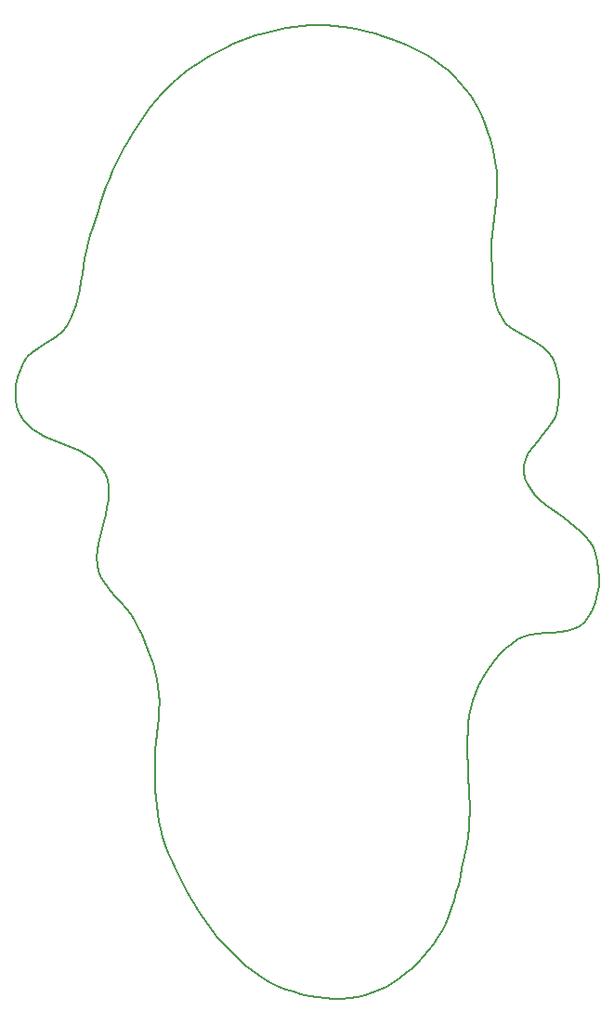
<source format=gm1>
%TF.GenerationSoftware,KiCad,Pcbnew,(7.0.0-0)*%
%TF.CreationDate,2023-07-23T12:34:26-06:00*%
%TF.ProjectId,HAS4_SAO,48415334-5f53-4414-9f2e-6b696361645f,rev?*%
%TF.SameCoordinates,Original*%
%TF.FileFunction,Profile,NP*%
%FSLAX46Y46*%
G04 Gerber Fmt 4.6, Leading zero omitted, Abs format (unit mm)*
G04 Created by KiCad (PCBNEW (7.0.0-0)) date 2023-07-23 12:34:26*
%MOMM*%
%LPD*%
G01*
G04 APERTURE LIST*
%TA.AperFunction,Profile*%
%ADD10C,0.154878*%
%TD*%
G04 APERTURE END LIST*
%TO.C,svg2mod*%
D10*
X114963937Y-58150234D02*
X115709961Y-58201856D01*
X116455285Y-58284377D01*
X117198503Y-58396633D01*
X117938210Y-58537457D01*
X118672999Y-58705684D01*
X119401464Y-58900147D01*
X120122201Y-59119683D01*
X120833803Y-59363124D01*
X121534864Y-59629305D01*
X122223979Y-59917061D01*
X122899741Y-60225226D01*
X123570003Y-60565682D01*
X124225972Y-60943120D01*
X124863804Y-61356302D01*
X125479656Y-61803990D01*
X126069683Y-62284946D01*
X126630043Y-62797933D01*
X127156892Y-63341713D01*
X127646386Y-63915048D01*
X128094682Y-64516700D01*
X128488404Y-65129688D01*
X128841193Y-65768654D01*
X129155353Y-66430183D01*
X129433186Y-67110858D01*
X129676995Y-67807262D01*
X129889084Y-68515979D01*
X130071754Y-69233593D01*
X130227309Y-69956686D01*
X130358052Y-70681842D01*
X130466286Y-71405645D01*
X130529578Y-72124191D01*
X130533862Y-72844376D01*
X130492228Y-73565939D01*
X130417764Y-74288616D01*
X130323560Y-75012146D01*
X130222705Y-75736265D01*
X130128287Y-76460712D01*
X130053397Y-77185223D01*
X130011122Y-77909537D01*
X130014552Y-78633390D01*
X130034817Y-79324565D01*
X130045968Y-80025550D01*
X130060493Y-80730687D01*
X130090885Y-81434317D01*
X130149634Y-82130781D01*
X130249231Y-82814421D01*
X130402167Y-83479576D01*
X130620934Y-84120589D01*
X130918021Y-84731801D01*
X131305197Y-85254997D01*
X131791191Y-85694506D01*
X132347292Y-86074503D01*
X132944787Y-86419166D01*
X133554966Y-86752669D01*
X134149118Y-87099188D01*
X134698530Y-87482901D01*
X135174493Y-87927982D01*
X135548295Y-88458607D01*
X135827181Y-89079991D01*
X136022988Y-89738302D01*
X136142692Y-90422627D01*
X136193271Y-91122054D01*
X136181702Y-91825670D01*
X136114961Y-92522562D01*
X136000026Y-93201817D01*
X135803597Y-93810141D01*
X135493784Y-94385909D01*
X135103918Y-94937488D01*
X134667327Y-95473245D01*
X134217341Y-96001548D01*
X133787291Y-96530764D01*
X133410506Y-97069261D01*
X133120315Y-97625407D01*
X132950048Y-98207568D01*
X132933035Y-98824113D01*
X133057124Y-99416437D01*
X133282931Y-99961318D01*
X133596840Y-100465352D01*
X133985240Y-100935135D01*
X134434517Y-101377264D01*
X134931056Y-101798336D01*
X135461246Y-102204946D01*
X136011471Y-102603692D01*
X136568120Y-103001169D01*
X137117578Y-103403975D01*
X137646231Y-103818705D01*
X138140468Y-104251957D01*
X138586673Y-104710326D01*
X138971234Y-105200409D01*
X139280537Y-105728802D01*
X139500968Y-106302103D01*
X139664971Y-106995242D01*
X139768856Y-107720727D01*
X139808717Y-108464375D01*
X139780647Y-109212003D01*
X139680738Y-109949428D01*
X139505082Y-110662468D01*
X139249774Y-111336940D01*
X138910904Y-111958660D01*
X138484567Y-112513447D01*
X138017348Y-112903711D01*
X137475670Y-113163470D01*
X136875572Y-113322317D01*
X136233089Y-113409845D01*
X135564258Y-113455646D01*
X134885115Y-113489314D01*
X134211697Y-113540442D01*
X133560040Y-113638623D01*
X132946181Y-113813451D01*
X132386156Y-114094518D01*
X131823317Y-114494356D01*
X131288880Y-114939583D01*
X130785265Y-115425719D01*
X130314894Y-115948282D01*
X129880187Y-116502790D01*
X129483565Y-117084763D01*
X129127449Y-117689720D01*
X128814259Y-118313179D01*
X128546416Y-118950658D01*
X128315315Y-119634948D01*
X128134622Y-120329241D01*
X127999156Y-121032572D01*
X127903739Y-121743978D01*
X127843190Y-122462495D01*
X127812329Y-123187159D01*
X127805976Y-123917006D01*
X127818952Y-124651072D01*
X127846076Y-125388393D01*
X127882168Y-126128004D01*
X127922049Y-126868943D01*
X127960538Y-127610245D01*
X127992456Y-128350946D01*
X128012622Y-129090082D01*
X128015856Y-129826688D01*
X127996979Y-130559802D01*
X127950811Y-131288460D01*
X127872171Y-132011696D01*
X127755880Y-132728547D01*
X127616316Y-133460608D01*
X127474615Y-134198064D01*
X127327043Y-134938151D01*
X127169865Y-135678109D01*
X126999344Y-136415175D01*
X126811747Y-137146587D01*
X126603339Y-137869584D01*
X126370383Y-138581403D01*
X126109146Y-139279282D01*
X125815891Y-139960460D01*
X125486885Y-140622174D01*
X125118392Y-141261662D01*
X124706677Y-141876163D01*
X124277074Y-142440153D01*
X123814805Y-142987870D01*
X123321755Y-143515202D01*
X122799808Y-144018036D01*
X122250848Y-144492258D01*
X121676759Y-144933757D01*
X121079426Y-145338418D01*
X120460732Y-145702130D01*
X119822563Y-146020779D01*
X119166801Y-146290253D01*
X118495332Y-146506438D01*
X117791430Y-146669662D01*
X117074057Y-146775668D01*
X116346719Y-146827857D01*
X115612922Y-146829628D01*
X114876172Y-146784380D01*
X114139975Y-146695515D01*
X113407836Y-146566430D01*
X112683261Y-146400527D01*
X111969758Y-146201205D01*
X111270831Y-145971863D01*
X110589986Y-145715903D01*
X109939403Y-145421869D01*
X109314823Y-145075505D01*
X108714307Y-144683685D01*
X108135917Y-144253286D01*
X107577712Y-143791182D01*
X107037755Y-143304250D01*
X106514106Y-142799363D01*
X106004826Y-142283398D01*
X105507976Y-141763231D01*
X105026254Y-141227570D01*
X104569341Y-140669908D01*
X104135168Y-140093068D01*
X103721662Y-139499875D01*
X103326754Y-138893150D01*
X102948372Y-138275718D01*
X102584446Y-137650401D01*
X102232905Y-137020023D01*
X101869914Y-136344489D01*
X101518709Y-135660724D01*
X101182903Y-134968514D01*
X100866108Y-134267647D01*
X100571938Y-133557909D01*
X100304005Y-132839088D01*
X100065921Y-132110971D01*
X99861301Y-131373346D01*
X99704837Y-130668659D01*
X99584226Y-129956911D01*
X99494098Y-129239555D01*
X99429084Y-128518047D01*
X99383813Y-127793842D01*
X99352917Y-127068394D01*
X99331025Y-126343158D01*
X99312767Y-125619589D01*
X99316730Y-124895168D01*
X99357523Y-124169878D01*
X99423694Y-123444134D01*
X99503790Y-122718349D01*
X99586358Y-121992938D01*
X99659945Y-121268316D01*
X99713099Y-120544895D01*
X99734367Y-119823091D01*
X99712296Y-119103318D01*
X99635433Y-118385990D01*
X99511105Y-117690466D01*
X99351079Y-117001393D01*
X99158428Y-116319269D01*
X98936231Y-115644597D01*
X98687563Y-114977876D01*
X98415499Y-114319607D01*
X98123116Y-113670290D01*
X97813490Y-113030426D01*
X97489696Y-112400514D01*
X97120892Y-111807463D01*
X96684427Y-111252021D01*
X96208335Y-110719439D01*
X95720650Y-110194967D01*
X95249403Y-109663855D01*
X94822628Y-109111352D01*
X94468358Y-108522708D01*
X94214625Y-107883173D01*
X94088033Y-107262431D01*
X94052764Y-106628589D01*
X94092406Y-105984287D01*
X94190550Y-105332164D01*
X94330786Y-104674858D01*
X94496702Y-104015010D01*
X94671888Y-103355260D01*
X94839935Y-102698245D01*
X94984431Y-102046606D01*
X95088966Y-101402982D01*
X95137130Y-100770013D01*
X95112513Y-100150338D01*
X94998704Y-99546595D01*
X94779292Y-98961426D01*
X94457231Y-98431491D01*
X94050182Y-97973970D01*
X93571248Y-97577709D01*
X93033534Y-97231553D01*
X92450143Y-96924348D01*
X91834180Y-96644940D01*
X91198748Y-96382173D01*
X90556950Y-96124894D01*
X89921892Y-95861948D01*
X89306677Y-95582180D01*
X88724408Y-95274437D01*
X88188190Y-94927563D01*
X87711127Y-94530405D01*
X87306322Y-94071807D01*
X86986879Y-93540615D01*
X86759298Y-92916798D01*
X86640717Y-92253441D01*
X86620931Y-91566738D01*
X86689738Y-90872883D01*
X86836934Y-90188070D01*
X87052316Y-89528492D01*
X87325679Y-88910343D01*
X87682316Y-88380341D01*
X88143738Y-87934278D01*
X88677189Y-87545398D01*
X89249910Y-87186948D01*
X89829145Y-86832171D01*
X90382135Y-86454314D01*
X90876123Y-86026620D01*
X91278352Y-85522336D01*
X91621385Y-84905572D01*
X91902417Y-84262641D01*
X92131192Y-83597540D01*
X92317451Y-82914264D01*
X92470936Y-82216812D01*
X92601389Y-81509179D01*
X92718551Y-80795362D01*
X92832165Y-80079357D01*
X92951973Y-79365162D01*
X93087716Y-78656773D01*
X93249137Y-77958186D01*
X93445977Y-77273398D01*
X93679563Y-76539395D01*
X93911213Y-75802938D01*
X94144347Y-75065895D01*
X94382385Y-74330137D01*
X94628748Y-73597532D01*
X94886856Y-72869952D01*
X95160130Y-72149264D01*
X95451990Y-71437340D01*
X95765858Y-70736047D01*
X96105152Y-70047257D01*
X96473295Y-69372838D01*
X96852469Y-68723081D01*
X97243127Y-68075156D01*
X97646808Y-67432129D01*
X98065052Y-66797063D01*
X98499398Y-66173025D01*
X98951384Y-65563079D01*
X99422551Y-64970290D01*
X99914438Y-64397722D01*
X100428584Y-63848441D01*
X100966529Y-63325511D01*
X101529811Y-62831996D01*
X102119971Y-62370963D01*
X102702639Y-61956729D01*
X103300687Y-61558863D01*
X103913128Y-61178231D01*
X104538976Y-60815699D01*
X105177244Y-60472134D01*
X105826945Y-60148402D01*
X106487092Y-59845368D01*
X107156699Y-59563899D01*
X107834780Y-59304862D01*
X108520348Y-59069121D01*
X109212415Y-58857544D01*
X109909996Y-58670996D01*
X110612104Y-58510344D01*
X111317752Y-58376454D01*
X112025954Y-58270191D01*
X112735722Y-58192423D01*
X113475412Y-58144352D01*
X114218618Y-58130677D01*
X114963937Y-58150234D01*
%TD*%
M02*

</source>
